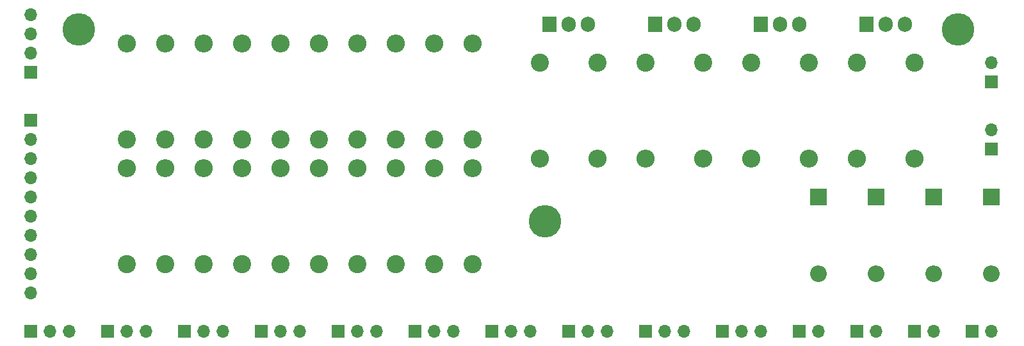
<source format=gbs>
G04 #@! TF.GenerationSoftware,KiCad,Pcbnew,(5.1.9)-1*
G04 #@! TF.CreationDate,2023-04-02T16:33:38+02:00*
G04 #@! TF.ProjectId,ECMEndstopPumpInterface,45434d45-6e64-4737-946f-7050756d7049,rev?*
G04 #@! TF.SameCoordinates,Original*
G04 #@! TF.FileFunction,Soldermask,Bot*
G04 #@! TF.FilePolarity,Negative*
%FSLAX46Y46*%
G04 Gerber Fmt 4.6, Leading zero omitted, Abs format (unit mm)*
G04 Created by KiCad (PCBNEW (5.1.9)-1) date 2023-04-02 16:33:38*
%MOMM*%
%LPD*%
G01*
G04 APERTURE LIST*
%ADD10C,4.300000*%
%ADD11O,1.905000X2.000000*%
%ADD12R,1.905000X2.000000*%
%ADD13O,1.700000X1.700000*%
%ADD14R,1.700000X1.700000*%
%ADD15O,2.400000X2.400000*%
%ADD16C,2.400000*%
%ADD17O,2.200000X2.200000*%
%ADD18R,2.200000X2.200000*%
G04 APERTURE END LIST*
D10*
X160020000Y-36830000D03*
X105410000Y-62230000D03*
X43815000Y-36830000D03*
D11*
X139065000Y-36195000D03*
X136525000Y-36195000D03*
D12*
X133985000Y-36195000D03*
D13*
X164465000Y-41275000D03*
D14*
X164465000Y-43815000D03*
D15*
X70485000Y-38735000D03*
D16*
X70485000Y-51435000D03*
D15*
X70485000Y-55245000D03*
D16*
X70485000Y-67945000D03*
D15*
X65405000Y-38735000D03*
D16*
X65405000Y-51435000D03*
D15*
X65405000Y-55245000D03*
D16*
X65405000Y-67945000D03*
D15*
X60325000Y-38735000D03*
D16*
X60325000Y-51435000D03*
D15*
X60325000Y-55245000D03*
D16*
X60325000Y-67945000D03*
D15*
X55245000Y-38735000D03*
D16*
X55245000Y-51435000D03*
D15*
X55245000Y-55245000D03*
D16*
X55245000Y-67945000D03*
D15*
X50165000Y-38735000D03*
D16*
X50165000Y-51435000D03*
D15*
X50165000Y-55245000D03*
D16*
X50165000Y-67945000D03*
D15*
X112395000Y-53975000D03*
D16*
X112395000Y-41275000D03*
D15*
X104775000Y-53975000D03*
D16*
X104775000Y-41275000D03*
D15*
X75565000Y-38735000D03*
D16*
X75565000Y-51435000D03*
D15*
X75565000Y-55245000D03*
D16*
X75565000Y-67945000D03*
D15*
X126365000Y-53975000D03*
D16*
X126365000Y-41275000D03*
D15*
X118745000Y-53975000D03*
D16*
X118745000Y-41275000D03*
D15*
X80645000Y-38735000D03*
D16*
X80645000Y-51435000D03*
D15*
X80645000Y-55245000D03*
D16*
X80645000Y-67945000D03*
D15*
X85725000Y-38735000D03*
D16*
X85725000Y-51435000D03*
D15*
X85725000Y-55245000D03*
D16*
X85725000Y-67945000D03*
D15*
X140335000Y-53975000D03*
D16*
X140335000Y-41275000D03*
D15*
X132715000Y-53975000D03*
D16*
X132715000Y-41275000D03*
D15*
X90805000Y-38735000D03*
D16*
X90805000Y-51435000D03*
D15*
X90805000Y-55245000D03*
D16*
X90805000Y-67945000D03*
D15*
X154305000Y-53975000D03*
D16*
X154305000Y-41275000D03*
D15*
X95885000Y-38735000D03*
D16*
X95885000Y-51435000D03*
D15*
X95885000Y-55245000D03*
D16*
X95885000Y-67945000D03*
D15*
X146685000Y-53975000D03*
D16*
X146685000Y-41275000D03*
D11*
X111125000Y-36195000D03*
X108585000Y-36195000D03*
D12*
X106045000Y-36195000D03*
D11*
X125095000Y-36195000D03*
X122555000Y-36195000D03*
D12*
X120015000Y-36195000D03*
D11*
X153035000Y-36195000D03*
X150495000Y-36195000D03*
D12*
X147955000Y-36195000D03*
D13*
X164465000Y-50165000D03*
D14*
X164465000Y-52705000D03*
D13*
X83185000Y-76835000D03*
X80645000Y-76835000D03*
D14*
X78105000Y-76835000D03*
D13*
X73025000Y-76835000D03*
X70485000Y-76835000D03*
D14*
X67945000Y-76835000D03*
D13*
X62865000Y-76835000D03*
X60325000Y-76835000D03*
D14*
X57785000Y-76835000D03*
D13*
X149225000Y-76835000D03*
D14*
X146685000Y-76835000D03*
D13*
X52705000Y-76835000D03*
X50165000Y-76835000D03*
D14*
X47625000Y-76835000D03*
D13*
X42545000Y-76835000D03*
X40005000Y-76835000D03*
D14*
X37465000Y-76835000D03*
D13*
X37465000Y-71755000D03*
X37465000Y-69215000D03*
X37465000Y-66675000D03*
X37465000Y-64135000D03*
X37465000Y-61595000D03*
X37465000Y-59055000D03*
X37465000Y-56515000D03*
X37465000Y-53975000D03*
X37465000Y-51435000D03*
D14*
X37465000Y-48895000D03*
D13*
X141605000Y-76835000D03*
D14*
X139065000Y-76835000D03*
D13*
X93345000Y-76835000D03*
X90805000Y-76835000D03*
D14*
X88265000Y-76835000D03*
D13*
X156845000Y-76835000D03*
D14*
X154305000Y-76835000D03*
D13*
X103505000Y-76835000D03*
X100965000Y-76835000D03*
D14*
X98425000Y-76835000D03*
D13*
X37465000Y-34925000D03*
X37465000Y-37465000D03*
X37465000Y-40005000D03*
D14*
X37465000Y-42545000D03*
D13*
X113665000Y-76835000D03*
X111125000Y-76835000D03*
D14*
X108585000Y-76835000D03*
D13*
X164465000Y-76835000D03*
D14*
X161925000Y-76835000D03*
D13*
X123825000Y-76835000D03*
X121285000Y-76835000D03*
D14*
X118745000Y-76835000D03*
D13*
X133985000Y-76835000D03*
X131445000Y-76835000D03*
D14*
X128905000Y-76835000D03*
D17*
X149225000Y-69215000D03*
D18*
X149225000Y-59055000D03*
D17*
X141605000Y-69215000D03*
D18*
X141605000Y-59055000D03*
D17*
X156845000Y-69215000D03*
D18*
X156845000Y-59055000D03*
D17*
X164465000Y-69215000D03*
D18*
X164465000Y-59055000D03*
M02*

</source>
